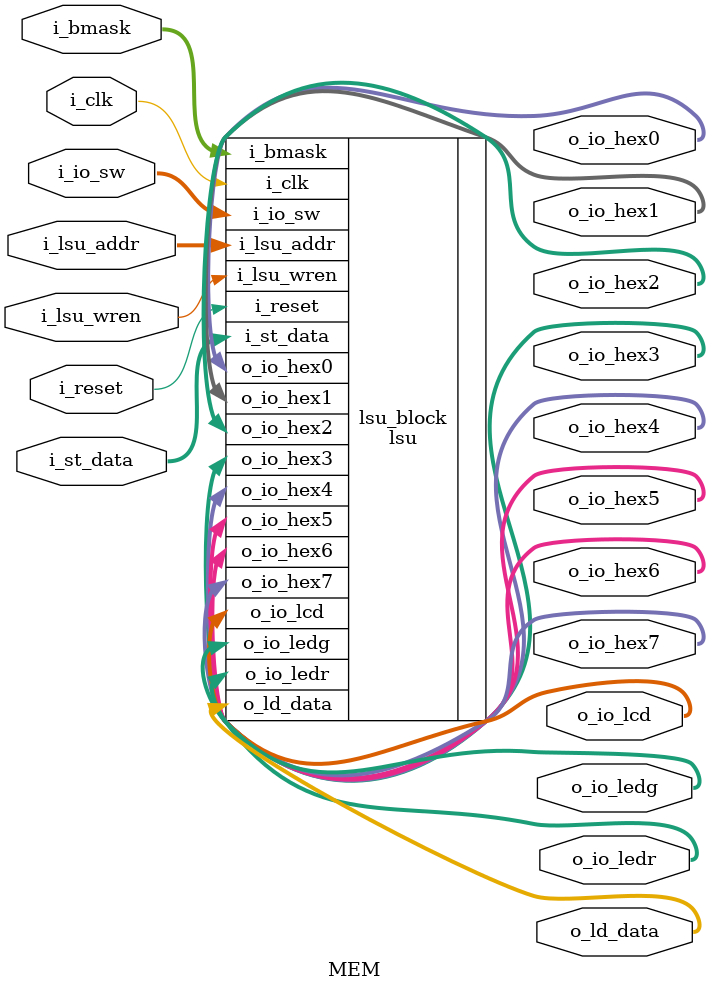
<source format=sv>
module MEM(
input logic i_clk, i_reset,
input logic [31:0] i_lsu_addr, i_st_data,
input logic i_lsu_wren,
input logic [2:0] i_bmask,
input logic [31:0] i_io_sw,
output logic [31:0] o_ld_data, o_io_ledr, o_io_ledg,
output logic [6:0] o_io_hex0, o_io_hex1, o_io_hex2, o_io_hex3, o_io_hex4, o_io_hex5, o_io_hex6, o_io_hex7,
output logic [31:0] o_io_lcd 
);



lsu lsu_block(  .i_clk(i_clk), .i_reset(i_reset), .i_lsu_addr(i_lsu_addr), .i_st_data(i_st_data), .i_lsu_wren(i_lsu_wren), .i_bmask(i_bmask), .i_io_sw(i_io_sw), 
                .o_ld_data(o_ld_data), .o_io_ledr(o_io_ledr), .o_io_ledg(o_io_ledg), .o_io_hex0(o_io_hex0), .o_io_hex1(o_io_hex1), 
                .o_io_hex2(o_io_hex2), .o_io_hex3(o_io_hex3), .o_io_hex4(o_io_hex4), .o_io_hex5(o_io_hex5), .o_io_hex6(o_io_hex6), 
                .o_io_hex7(o_io_hex7), .o_io_lcd(o_io_lcd));




endmodule
</source>
